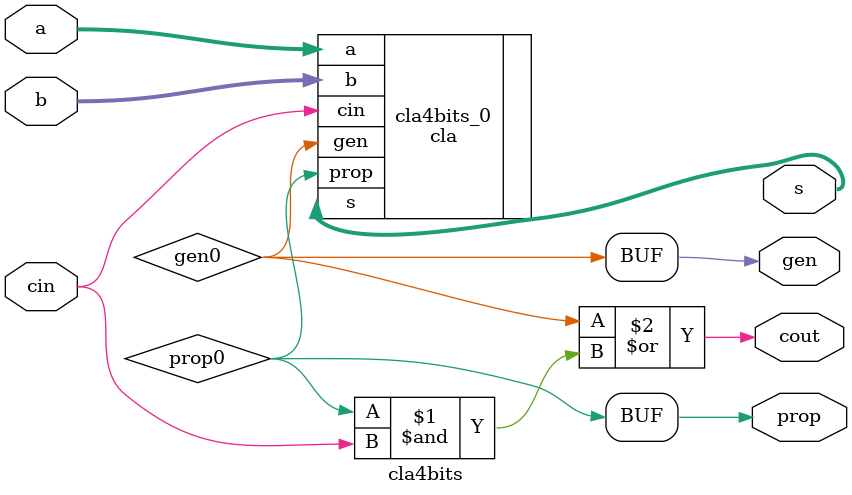
<source format=v>


// Unless required by applicable law or agreed to in writing, software
// distributed under the License is distributed on an "AS IS" BASIS,
// WITHOUT WARRANTIES OR CONDITIONS OF ANY KIND, either express or implied.
// See the License for the specific language governing permissions and
// limitations under the License.
//
//-----------------------------------------------------
// Design Name : cla4bits
// File Name   : cla4bits.v
// Function    : Carry Lookahead Adder for 4 bits
// Coder       : Jucemar Monteiro
//-----------------------------------------------------

module cla4bits (cin,a,b,s,gen,prop,cout);
	parameter n = 4;
	parameter m = 0;
	input  cin;	
	input  [n-1:0] a;
	input  [n-1:0] b;
	output  [n-1:0] s;
	output  gen;
	output  prop;
	output  cout;
	
	wire gen0,prop0;
	cla cla4bits_0 (.cin(cin),.a(a[n-1:m]),.b(b[n-1:m]),.s(s[n-1:m])
			,.gen(gen0),.prop(prop0));
	assign cout = gen0 | (prop0 & cin);
	assign prop = prop0;
	assign gen = gen0;
endmodule

</source>
